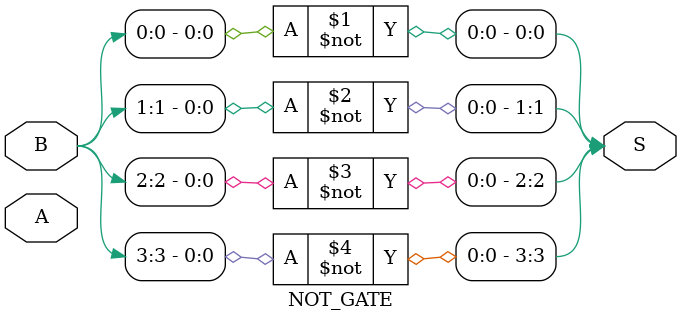
<source format=v>
module LOGIC_UNIT (
  input          wire        [3:0]     A    ,
  input          wire        [3:0]     B    ,
  input          wire                  S2   ,
  input          wire                  S3   ,
  output         wire        [3:0]     S
);

wire  [3:0]   OUT_AND   ;
wire  [3:0]   OUT_OR    ;
wire  [3:0]   OUT_XOR   ;
wire  [3:0]   OUT_NOT   ;

wire  [3:0]   OUT_MUX1  ;
wire  [3:0]   OUT_MUX2  ;


AND_GATE and_gate ( A , B , OUT_AND )  ;
OR_GATE  or_gate  ( A , B , OUT_OR  )  ;
XOR_GATE xor_gate ( A , B , OUT_XOR )  ;
NOT_GATE not_gate ( A , B , OUT_NOT )  ;

MUX_2_TO_1 mux3 ( OUT_AND , OUT_XOR  , S3 , OUT_MUX1 )  ;
MUX_2_TO_1 mux4 ( OUT_OR , OUT_NOT , S3 , OUT_MUX2 )  ;

MUX_2_TO_1 mux5 ( OUT_MUX1 , OUT_MUX2 , S2 , S )  ;



endmodule

module AND_GATE (
  input          wire         [3:0]      A   ,
  input          wire         [3:0]      B   ,
  output         wire         [3:0]      S  
);



and and1 ( S[0] , A[0] , B[0] )  ;
and and2 ( S[1] , A[1] , B[1] )  ;
and and3 ( S[2] , A[2] , B[2] )  ;
and and4 ( S[3] , A[3] , B[3] )  ;

endmodule

module OR_GATE (
  input          wire         [3:0]      A   ,
  input          wire         [3:0]      B   ,
  output         wire         [3:0]      S  
);



or or1 ( S[0] , A[0] , B[0] )  ;
or or2 ( S[1] , A[1] , B[1] )  ;
or or3 ( S[2] , A[2] , B[2] )  ;
or or4 ( S[3] , A[3] , B[3] )  ;

endmodule

module XOR_GATE (
  input          wire         [3:0]      A   ,
  input          wire         [3:0]      B   ,
  output         wire         [3:0]      S  
);



xor xor1 ( S[0] , A[0] , B[0] )  ;
xor xor2 ( S[1] , A[1] , B[1] )  ;
xor xor3 ( S[2] , A[2] , B[2] )  ;
xor xor4 ( S[3] , A[3] , B[3] )  ;

endmodule

module NOT_GATE (
  input          wire         [3:0]      A   ,
  input          wire         [3:0]      B   ,
  output         wire         [3:0]      S  
);



not not1 ( S[0] , B[0] )  ;
not not2 ( S[1] , B[1] )  ;
not not3 ( S[2] , B[2] )  ;
not not4 ( S[3] , B[3] )  ;

endmodule

</source>
